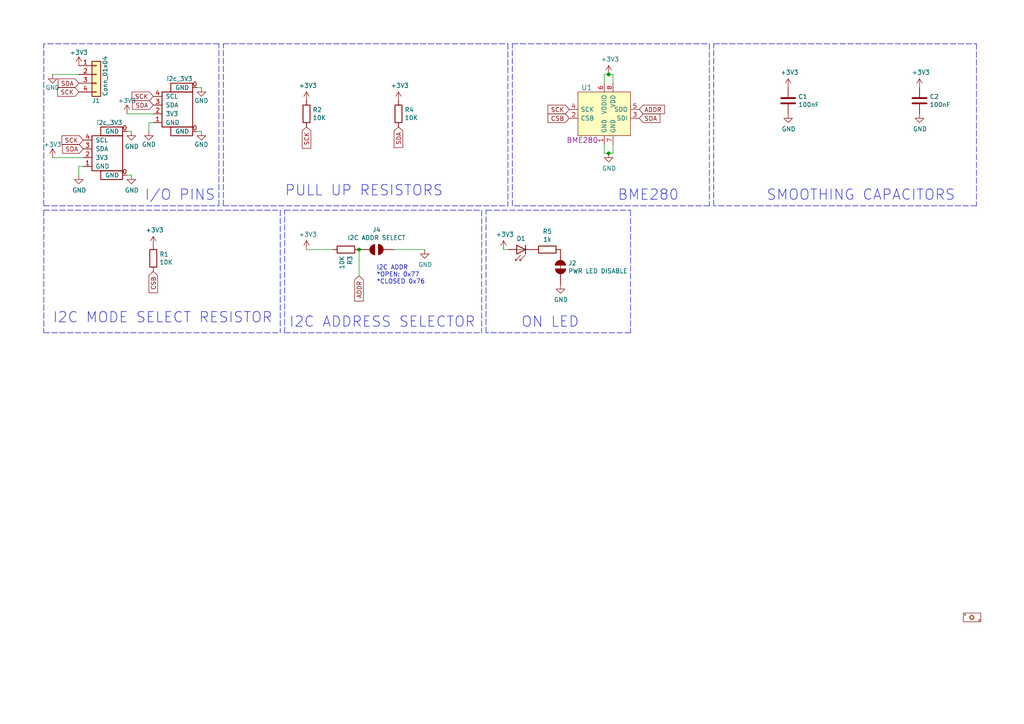
<source format=kicad_sch>
(kicad_sch (version 20211123) (generator eeschema)
  (paper "A4")
  (title_block (title "BME280-module_3V3") (date "2021-01-04") (rev "0.2") (company "GroundStudio.ro") (comment 1 "Schematic: Victor"))
  (lib_symbols
    (symbol "GS_Global6:LGA-8_2x2.5_BME280" (pin_names (offset 0.762))
      (property "Reference" "U" (at -6.35 8.89 0))
      (property "MPN" "BME280" (at 5.08 12.7 0))
      (symbol "LGA-8_2x2.5_BME280_0_1"
        (rectangle (start 7.62 7.62) (end -7.62 -5.08) (fill (type background)))
      )
      (symbol "LGA-8_2x2.5_BME280_1_1"
        (pin power_in line (at 0 -7.62 90) (length 2.54) (name "GND") (number "1"))
        (pin input line (at -10.16 0 0) (length 2.54) (name "CSB") (number "2"))
        (pin bidirectional line (at 10.16 0 180) (length 2.54) (name "SDI") (number "3"))
        (pin input line (at -10.16 2.54 0) (length 2.54) (name "SCK") (number "4"))
        (pin bidirectional line (at 10.16 2.54 180) (length 2.54) (name "SDO") (number "5"))
        (pin power_in line (at 0 10.16 270) (length 2.54) (name "VDDIO") (number "6"))
        (pin power_in line (at 2.54 -7.62 90) (length 2.54) (name "GND") (number "7"))
        (pin power_in line (at 2.54 10.16 270) (length 2.54) (name "VDD") (number "8"))
      )
    )
    (symbol "GS_Local:+3.3V" (power) (pin_names (offset 0))
      (property "Value" "+3.3V" (at 0 3.556 0))
      (symbol "+3.3V_0_1"
        (polyline (pts (xy -0.762 1.27) (xy 0 2.54)))
        (polyline (pts (xy 0 0) (xy 0 2.54)))
        (polyline (pts (xy 0 2.54) (xy 0.762 1.27)))
      )
      (symbol "+3.3V_1_1"
        (pin power_in line (at 0 0 90) (length 0) hide (name "+3V3") (number "1"))
      )
    )
    (symbol "GS_Local:+3V3" (power) (pin_names (offset 0))
      (property "Value" "+3V3" (at 0 3.556 0))
      (symbol "+3V3_0_1"
        (polyline (pts (xy -0.762 1.27) (xy 0 2.54)))
        (polyline (pts (xy 0 0) (xy 0 2.54)))
        (polyline (pts (xy 0 2.54) (xy 0.762 1.27)))
      )
      (symbol "+3V3_1_1"
        (pin power_in line (at 0 0 90) (length 0) hide (name "+3V3") (number "1"))
      )
    )
    (symbol "GS_Local:BMP280" (pin_names (offset 0.762))
      (property "Reference" "U" (at -6.35 8.89 0))
      (property "Value" "BMP280" (at 5.08 -6.35 0))
      (symbol "BMP280_0_1"
        (rectangle (start 7.62 7.62) (end -7.62 -5.08) (fill (type background)))
      )
      (symbol "BMP280_1_1"
        (pin power_in line (at 0 -7.62 90) (length 2.54) (name "GND") (number "1"))
        (pin input line (at -10.16 0 0) (length 2.54) (name "CSB") (number "2"))
        (pin bidirectional line (at 10.16 0 180) (length 2.54) (name "SDI") (number "3"))
        (pin input line (at -10.16 2.54 0) (length 2.54) (name "SCK") (number "4"))
        (pin bidirectional line (at 10.16 2.54 180) (length 2.54) (name "SDO") (number "5"))
        (pin power_in line (at 0 10.16 270) (length 2.54) (name "VDDIO") (number "6"))
        (pin power_in line (at 2.54 -7.62 90) (length 2.54) (name "GND") (number "7"))
        (pin power_in line (at 2.54 10.16 270) (length 2.54) (name "VDD") (number "8"))
      )
    )
    (symbol "GS_Local:C" (pin_numbers hide) (pin_names (offset 0.254))
      (property "Reference" "C" (at 0.635 2.54 0))
      (property "Value" "C" (at 0.635 -2.54 0))
      (symbol "C_0_1"
        (polyline (pts (xy -2.032 -0.762) (xy 2.032 -0.762)) (stroke (width 0.508)))
        (polyline (pts (xy -2.032 0.762) (xy 2.032 0.762)) (stroke (width 0.508)))
      )
      (symbol "C_1_1"
        (pin passive line (at 0 3.81 270) (length 2.794) (name "~") (number "1"))
        (pin passive line (at 0 -3.81 90) (length 2.794) (name "~") (number "2"))
      )
    )
    (symbol "GS_Local:Conn_01x04" (pin_names (offset 1.016) hide)
      (property "Reference" "J" (at 0 5.08 0))
      (property "Value" "Conn_01x04" (at 0 -7.62 0))
      (symbol "Conn_01x04_1_1"
        (rectangle (start -1.27 -4.953) (end 0 -5.207) (stroke (width 0.1524)))
        (rectangle (start -1.27 -2.413) (end 0 -2.667) (stroke (width 0.1524)))
        (rectangle (start -1.27 0.127) (end 0 -0.127) (stroke (width 0.1524)))
        (rectangle (start -1.27 2.667) (end 0 2.413) (stroke (width 0.1524)))
        (rectangle (start -1.27 3.81) (end 1.27 -6.35) (stroke (width 0.254)) (fill (type background)))
        (pin passive line (at -5.08 2.54 0) (length 3.81) (name "Pin_1") (number "1"))
        (pin passive line (at -5.08 0 0) (length 3.81) (name "Pin_2") (number "2"))
        (pin passive line (at -5.08 -2.54 0) (length 3.81) (name "Pin_3") (number "3"))
        (pin passive line (at -5.08 -5.08 0) (length 3.81) (name "Pin_4") (number "4"))
      )
    )
    (symbol "GS_Local:DY-IR333C-A" (pin_numbers hide) (pin_names (offset 1.016) hide)
      (property "Reference" "D" (at 0.508 1.778 0))
      (property "Value" "DY-IR333C-A" (at -1.016 -2.794 0))
      (symbol "DY-IR333C-A_0_1"
        (polyline (pts (xy -2.54 1.27) (xy -2.54 -1.27)) (stroke (width 0.254)))
        (polyline (pts (xy 0 0) (xy -2.54 0)))
        (polyline (pts (xy 0.381 3.175) (xy -0.127 3.175)))
        (polyline (pts (xy -1.143 1.651) (xy 0.381 3.175) (xy 0.381 2.667)))
        (polyline (pts (xy 0 -1.27) (xy -2.54 0) (xy 0 1.27) (xy 0 -1.27)) (stroke (width 0.254)))
        (polyline (pts (xy -2.413 1.651) (xy -0.889 3.175) (xy -0.889 2.667) (xy -0.889 3.175) (xy -1.397 3.175)))
      )
      (symbol "DY-IR333C-A_1_1"
        (pin passive line (at -5.08 0 0) (length 2.54) (name "K") (number "1"))
        (pin passive line (at 2.54 0 180) (length 2.54) (name "A") (number "2"))
      )
    )
    (symbol "GS_Local:GND" (power) (pin_names (offset 0))
      (property "Value" "GND" (at 0 -3.81 0))
      (symbol "GND_0_1"
        (polyline (pts (xy 0 0) (xy 0 -1.27) (xy 1.27 -1.27) (xy 0 -2.54) (xy -1.27 -1.27) (xy 0 -1.27)))
      )
      (symbol "GND_1_1"
        (pin power_in line (at 0 0 270) (length 0) hide (name "GND") (number "1"))
      )
    )
    (symbol "GS_Local:PCB" (pin_names (offset 1.016))
      (symbol "PCB_0_1"
        (rectangle (start -2.54 1.27) (end 2.54 -1.27))
        (circle (center -2.032 0.7874) (radius 0.1778) (fill (type background)))
        (rectangle (start -0.5334 0.4318) (end 0.381 -0.4826) (fill (type background)))
        (polyline (pts (xy -0.254 -0.4826) (xy -0.254 -0.7874)))
        (polyline (pts (xy 0.1016 -0.5334) (xy 0.1016 -0.8128)))
        (polyline (pts (xy 0.381 0.1524) (xy 0.6604 0.1524)))
        (polyline (pts (xy 0.4064 -0.2032) (xy 0.6858 -0.2032)))
      )
      (symbol "PCB_1_1"
        (polyline (pts (xy -0.8636 -0.2032) (xy -0.5842 -0.2032)))
        (polyline (pts (xy -0.8636 0.2032) (xy -0.5842 0.2032)))
        (polyline (pts (xy -0.254 0.508) (xy -0.254 0.7874)))
        (polyline (pts (xy 0.1016 0.508) (xy 0.1016 0.7874)))
        (circle (center 2.1082 -0.8128) (radius 0.1778) (fill (type background)))
      )
    )
    (symbol "GS_Local:R" (pin_numbers hide) (pin_names (offset 0))
      (property "Reference" "R" (at 2.032 0 90))
      (property "Value" "R" (at 0 0 90))
      (symbol "R_0_1"
        (rectangle (start -1.016 -2.54) (end 1.016 2.54) (stroke (width 0.254)))
      )
      (symbol "R_1_1"
        (pin passive line (at 0 3.81 270) (length 1.27) (name "~") (number "1"))
        (pin passive line (at 0 -3.81 90) (length 1.27) (name "~") (number "2"))
      )
    )
    (symbol "GS_Local:SolderJumper_NC" (pin_numbers hide) (pin_names (offset 0) hide)
      (property "Reference" "J" (at 0 10.16 0))
      (property "Value" "SolderJumper_NC" (at 3.81 0 90))
      (symbol "SolderJumper_NC_0_1"
        (polyline (pts (xy 1.524 0.508) (xy -1.524 0.508)))
        (polyline (pts (xy 0 0.6604) (xy 0 -0.6096) (xy 0.0508 -0.7112)))
        (arc (start 1.4986 0.508) (mid -0.0254 1.982) (end -1.5494 0.508) (fill (type outline)))
      )
      (symbol "SolderJumper_NC_1_1"
        (arc (start -1.4986 -0.508) (mid 0.0254 -1.982) (end 1.5494 -0.508) (fill (type outline)))
        (polyline (pts (xy -1.524 -0.508) (xy 1.524 -0.508)))
        (pin passive line (at 0 5.08 270) (length 2.9972) (name "1") (number "1"))
        (pin passive line (at 0 -5.08 90) (length 2.9972) (name "2") (number "2"))
      )
    )
    (symbol "GS_Local:SolderJumper_NO" (pin_numbers hide) (pin_names (offset 0) hide)
      (property "Reference" "J" (at 0 10.16 0))
      (property "Value" "SolderJumper_NO" (at 3.81 0 90))
      (symbol "SolderJumper_NO_0_1"
        (polyline (pts (xy 1.524 0.508) (xy -1.524 0.508)))
        (arc (start 1.4986 0.508) (mid -0.0254 1.982) (end -1.5494 0.508) (fill (type outline)))
      )
      (symbol "SolderJumper_NO_1_1"
        (arc (start -1.4986 -0.508) (mid 0.0254 -1.982) (end 1.5494 -0.508) (fill (type outline)))
        (polyline (pts (xy -1.524 -0.508) (xy 1.524 -0.508)))
        (pin passive line (at 0 5.08 270) (length 2.9972) (name "1") (number "1"))
        (pin passive line (at 0 -5.08 90) (length 2.9972) (name "2") (number "2"))
      )
    )
    (symbol "GS_Local:i2c_3V3" (pin_names (offset 1.016))
      (property "Value" "i2c_3V3" (at -6.35 7.62 0))
      (symbol "i2c_3V3_0_1"
        (rectangle (start -3.81 5.08) (end 5.08 -5.08) (stroke (width 0.254)))
        (rectangle (start 5.08 -5.08) (end -1.27 -7.62) (stroke (width 0.254)))
        (rectangle (start 5.08 5.08) (end -1.27 7.62) (stroke (width 0.254)))
      )
      (symbol "i2c_3V3_1_1"
        (pin input line (at 6.35 -6.35 180) (length 1.27) (name "GND") (number "0"))
        (pin input line (at 6.35 6.35 180) (length 1.27) (name "GND") (number "0"))
        (pin power_in line (at -6.35 -3.81 0) (length 2.54) (name "GND") (number "1"))
        (pin power_in line (at -6.35 -1.27 0) (length 2.54) (name "3V3") (number "2"))
        (pin bidirectional line (at -6.35 1.27 0) (length 2.54) (name "SDA") (number "3"))
        (pin bidirectional line (at -6.35 3.81 0) (length 2.54) (name "SCL") (number "4"))
      )
    )
  )
  (junction (at 104.14 72.39))
  (junction (at 176.53 21.59))
  (junction (at 176.53 44.45))
  (wire (pts (xy 22.86 50.8) (xy 22.86 48.26)))
  (polyline (pts (xy 64.77 59.69) (xy 147.32 59.69)))
  (wire (pts (xy 57.15 38.1) (xy 58.42 38.1)))
  (polyline (pts (xy 283.21 12.7) (xy 283.21 59.69)))
  (wire (pts (xy 175.26 41.91) (xy 175.26 44.45)))
  (wire (pts (xy 58.42 25.4) (xy 57.15 25.4)))
  (polyline (pts (xy 64.77 59.69) (xy 64.77 12.7)))
  (polyline (pts (xy 82.55 96.52) (xy 139.7 96.52)))
  (wire (pts (xy 36.83 50.8) (xy 38.1 50.8)))
  (wire (pts (xy 44.45 33.02) (xy 36.83 33.02)))
  (wire (pts (xy 175.26 24.13) (xy 175.26 21.59)))
  (polyline (pts (xy 63.5 59.69) (xy 63.5 12.7)))
  (wire (pts (xy 176.53 44.45) (xy 177.8 44.45)))
  (polyline (pts (xy 205.74 59.69) (xy 148.59 59.69)))
  (polyline (pts (xy 81.28 60.96) (xy 81.28 96.52)))
  (polyline (pts (xy 148.59 59.69) (xy 148.59 12.7)))
  (polyline (pts (xy 64.77 12.7) (xy 147.32 12.7)))
  (polyline (pts (xy 12.7 60.96) (xy 81.28 60.96)))
  (polyline (pts (xy 205.74 12.7) (xy 205.74 59.69)))
  (wire (pts (xy 175.26 21.59) (xy 176.53 21.59)))
  (polyline (pts (xy 82.55 96.52) (xy 82.55 60.96)))
  (polyline (pts (xy 63.5 12.7) (xy 12.7 12.7)))
  (polyline (pts (xy 140.97 96.52) (xy 140.97 60.96)))
  (wire (pts (xy 38.1 38.1) (xy 36.83 38.1)))
  (polyline (pts (xy 139.7 60.96) (xy 139.7 96.52)))
  (polyline (pts (xy 82.55 60.96) (xy 139.7 60.96)))
  (polyline (pts (xy 12.7 59.69) (xy 12.7 12.7)))
  (wire (pts (xy 43.18 38.1) (xy 43.18 35.56)))
  (wire (pts (xy 175.26 44.45) (xy 176.53 44.45)))
  (wire (pts (xy 177.8 41.91) (xy 177.8 44.45)))
  (polyline (pts (xy 12.7 60.96) (xy 12.7 96.52)))
  (wire (pts (xy 22.86 48.26) (xy 24.13 48.26)))
  (polyline (pts (xy 207.01 59.69) (xy 207.01 12.7)))
  (wire (pts (xy 177.8 21.59) (xy 177.8 24.13)))
  (wire (pts (xy 15.24 45.72) (xy 24.13 45.72)))
  (wire (pts (xy 104.14 72.39) (xy 104.14 80.01)))
  (polyline (pts (xy 12.7 96.52) (xy 81.28 96.52)))
  (polyline (pts (xy 283.21 59.69) (xy 207.01 59.69)))
  (polyline (pts (xy 140.97 60.96) (xy 182.88 60.96)))
  (polyline (pts (xy 12.7 59.69) (xy 63.5 59.69)))
  (wire (pts (xy 176.53 21.59) (xy 177.8 21.59)))
  (polyline (pts (xy 148.59 12.7) (xy 205.74 12.7)))
  (wire (pts (xy 146.05 72.39) (xy 147.32 72.39)))
  (polyline (pts (xy 182.88 60.96) (xy 182.88 96.52)))
  (wire (pts (xy 15.24 21.59) (xy 22.86 21.59)))
  (polyline (pts (xy 207.01 12.7) (xy 283.21 12.7)))
  (wire (pts (xy 114.3 72.39) (xy 123.19 72.39)))
  (wire (pts (xy 88.9 72.39) (xy 96.52 72.39)))
  (wire (pts (xy 43.18 35.56) (xy 44.45 35.56)))
  (polyline (pts (xy 182.88 96.52) (xy 140.97 96.52)))
  (polyline (pts (xy 147.32 12.7) (xy 147.32 59.69)))
  (text "I2C MODE SELECT RESISTOR" (at 15.24 93.98 0) (effects (font (size 2.9972 2.9972)) (justify left bottom)))
  (text "SMOOTHING CAPACITORS" (at 222.25 58.42 0) (effects (font (size 2.9972 2.9972)) (justify left bottom)))
  (text "PULL UP RESISTORS" (at 82.55 57.15 0) (effects (font (size 2.9972 2.9972)) (justify left bottom)))
  (text "I/O PINS" (at 41.91 58.42 0) (effects (font (size 2.9972 2.9972)) (justify left bottom)))
  (text "ON LED" (at 151.13 95.25 0) (effects (font (size 2.9972 2.9972)) (justify left bottom)))
  (text "I2C ADDR\n*OPEN: 0x77\n*CLOSED 0x76" (at 109.22 82.55 0) (effects (font (size 1.27 1.27)) (justify left bottom)))
  (text "I2C ADDRESS SELECTOR" (at 83.82 95.25 0) (effects (font (size 2.9972 2.9972)) (justify left bottom)))
  (text "BME280" (at 179.07 58.42 0) (effects (font (size 2.9972 2.9972)) (justify left bottom)))
  (global_label "CSB" (shape input) (at 165.1 34.29 180) (property "Intersheet References" "${INTERSHEET_REFS}" (effects hide)))
  (global_label "SDA" (shape input) (at 185.42 34.29 0) (property "Intersheet References" "${INTERSHEET_REFS}" (effects hide)))
  (global_label "ADDR" (shape input) (at 185.42 31.75 0) (property "Intersheet References" "${INTERSHEET_REFS}" (effects hide)))
  (global_label "SDA" (shape input) (at 115.57 36.83 270) (property "Intersheet References" "${INTERSHEET_REFS}" (effects hide)))
  (global_label "SCK" (shape input) (at 22.86 26.67 180) (property "Intersheet References" "${INTERSHEET_REFS}" (effects hide)))
  (global_label "SDA" (shape input) (at 22.86 24.13 180) (property "Intersheet References" "${INTERSHEET_REFS}" (effects hide)))
  (global_label "SDA" (shape input) (at 44.45 30.48 180) (property "Intersheet References" "${INTERSHEET_REFS}" (effects hide)))
  (global_label "SCK" (shape input) (at 165.1 31.75 180) (property "Intersheet References" "${INTERSHEET_REFS}" (effects hide)))
  (global_label "SCK" (shape input) (at 88.9 36.83 270) (property "Intersheet References" "${INTERSHEET_REFS}" (effects hide)))
  (global_label "ADDR" (shape input) (at 104.14 80.01 270) (property "Intersheet References" "${INTERSHEET_REFS}" (effects hide)))
  (global_label "CSB" (shape input) (at 44.45 78.74 270) (property "Intersheet References" "${INTERSHEET_REFS}" (effects hide)))
  (global_label "SCK" (shape input) (at 44.45 27.94 180) (property "Intersheet References" "${INTERSHEET_REFS}" (effects hide)))
  (global_label "SDA" (shape input) (at 24.13 43.18 180) (property "Intersheet References" "${INTERSHEET_REFS}" (effects hide)))
  (global_label "SCK" (shape input) (at 24.13 40.64 180) (property "Intersheet References" "${INTERSHEET_REFS}" (effects hide)))
  (symbol (lib_id "GS_Local:R") (at 88.9 33.02 0) (unit 1)
    (property "Reference" "R2" (at 90.678 31.8516 0) (effects (justify left)))
    (property "Value" "10K" (at 90.678 34.163 0) (effects (justify left)))
    (property "Footprint" "GS_Local:R_0402_1005Metric" (effects hide))
    (property "Datasheet" "https://datasheet.lcsc.com/szlcsc/1810111814_UNI-ROYAL-Uniroyal-Elec-0402WGF1003TCE_C25741.pdf" (effects hide))
    (property "MPN" "0402WGF1003TCE" (effects hide))
    (property "LCSC" "C25741" (effects hide))
  )
  (symbol (lib_id "GS_Local:R") (at 115.57 33.02 0) (unit 1)
    (property "Reference" "R4" (at 117.348 31.8516 0) (effects (justify left)))
    (property "Value" "10K" (at 117.348 34.163 0) (effects (justify left)))
    (property "Footprint" "GS_Local:R_0402_1005Metric" (effects hide))
    (property "Datasheet" "https://datasheet.lcsc.com/szlcsc/1810111814_UNI-ROYAL-Uniroyal-Elec-0402WGF1003TCE_C25741.pdf" (effects hide))
    (property "MPN" "0402WGF1003TCE" (effects hide))
    (property "LCSC" "C25741" (effects hide))
  )
  (symbol (lib_id "GS_Local:R") (at 44.45 74.93 0) (unit 1)
    (property "Reference" "R1" (at 46.228 73.7616 0) (effects (justify left)))
    (property "Value" "10K" (at 46.228 76.073 0) (effects (justify left)))
    (property "Footprint" "GS_Local:R_0402_1005Metric" (effects hide))
    (property "Datasheet" "https://datasheet.lcsc.com/szlcsc/1810111814_UNI-ROYAL-Uniroyal-Elec-0402WGF1003TCE_C25741.pdf" (effects hide))
    (property "MPN" "0402WGF1003TCE" (effects hide))
    (property "LCSC" "C25741" (effects hide))
  )
  (symbol (lib_id "GS_Local:R") (at 100.33 72.39 270) (unit 1)
    (property "Reference" "R3" (at 101.4984 74.168 0) (effects (justify left)))
    (property "Value" "10K" (at 99.187 74.168 0) (effects (justify left)))
    (property "Footprint" "GS_Local:R_0402_1005Metric" (effects hide))
    (property "Datasheet" "https://datasheet.lcsc.com/szlcsc/1810111814_UNI-ROYAL-Uniroyal-Elec-0402WGF1003TCE_C25741.pdf" (effects hide))
    (property "MPN" "0402WGF1003TCE" (effects hide))
    (property "LCSC" "C25741" (effects hide))
  )
  (symbol (lib_id "GS_Local:C") (at 228.6 29.21 0) (unit 1)
    (property "Reference" "C1" (at 231.521 28.0416 0) (effects (justify left)))
    (property "Value" "100nF" (at 231.521 30.353 0) (effects (justify left)))
    (property "Footprint" "GS_Local:C_0402_1005Metric" (effects hide))
    (property "Datasheet" "https://datasheet.lcsc.com/szlcsc/1912111437_Walsin-Tech-Corp-0402B104K100CT_C387941.pdf" (effects hide))
    (property "MPN" "0402B104K100CT" (effects hide))
    (property "LCSC" "C387941" (effects hide))
  )
  (symbol (lib_id "GS_Local:C") (at 266.7 29.21 0) (unit 1)
    (property "Reference" "C2" (at 269.621 28.0416 0) (effects (justify left)))
    (property "Value" "100nF" (at 269.621 30.353 0) (effects (justify left)))
    (property "Footprint" "GS_Local:C_0402_1005Metric" (effects hide))
    (property "Datasheet" "https://datasheet.lcsc.com/szlcsc/1912111437_Walsin-Tech-Corp-0402B104K100CT_C387941.pdf" (effects hide))
    (property "MPN" "0402B104K100CT" (effects hide))
    (property "LCSC" "C387941" (effects hide))
  )
  (symbol (lib_id "GS_Local:+3.3V") (at 22.86 19.05 0) (unit 1)
    (property "Reference" "#PWR04" (effects hide))
    (property "Value" "+3.3V" (at 22.86 15.24 0))
  )
  (symbol (lib_id "GS_Local:GND") (at 15.24 21.59 0) (unit 1)
    (property "Reference" "#PWR02" (effects hide))
    (property "Value" "GND" (at 15.24 25.4 0))
  )
  (symbol (lib_id "GS_Local:GND") (at 176.53 44.45 0) (unit 1)
    (property "Reference" "#PWR013" (effects hide))
    (property "Value" "GND" (at 176.657 48.8442 0))
  )
  (symbol (lib_id "GS_Local:+3.3V") (at 176.53 21.59 0) (unit 1)
    (property "Reference" "#PWR012" (effects hide))
    (property "Value" "+3.3V" (at 176.911 17.1958 0))
  )
  (symbol (lib_id "GS_Local:+3.3V") (at 88.9 29.21 0) (unit 1)
    (property "Reference" "#PWR08" (effects hide))
    (property "Value" "+3.3V" (at 89.281 24.8158 0))
  )
  (symbol (lib_id "GS_Local:+3.3V") (at 115.57 29.21 0) (unit 1)
    (property "Reference" "#PWR010" (effects hide))
    (property "Value" "+3.3V" (at 115.951 24.8158 0))
  )
  (symbol (lib_id "GS_Local:+3.3V") (at 44.45 71.12 0) (unit 1)
    (property "Reference" "#PWR07" (effects hide))
    (property "Value" "+3.3V" (at 44.831 66.7258 0))
  )
  (symbol (lib_id "GS_Local:+3.3V") (at 228.6 25.4 0) (unit 1)
    (property "Reference" "#PWR014" (effects hide))
    (property "Value" "+3.3V" (at 228.981 21.0058 0))
  )
  (symbol (lib_id "GS_Local:GND") (at 228.6 33.02 0) (unit 1)
    (property "Reference" "#PWR015" (effects hide))
    (property "Value" "GND" (at 228.727 37.4142 0))
  )
  (symbol (lib_id "GS_Local:GND") (at 266.7 33.02 0) (unit 1)
    (property "Reference" "#PWR017" (effects hide))
    (property "Value" "GND" (at 266.827 37.4142 0))
  )
  (symbol (lib_id "GS_Local:+3.3V") (at 266.7 25.4 0) (unit 1)
    (property "Reference" "#PWR016" (effects hide))
    (property "Value" "+3.3V" (at 267.081 21.0058 0))
  )
  (symbol (lib_id "GS_Local:GND") (at 123.19 72.39 0) (unit 1)
    (property "Reference" "#PWR09" (effects hide))
    (property "Value" "GND" (at 123.317 76.7842 0))
  )
  (symbol (lib_id "GS_Local:+3V3") (at 88.9 72.39 0) (unit 1)
    (property "Reference" "#PWR011" (effects hide))
    (property "Value" "+3V3" (at 89.281 67.9958 0))
  )
  (symbol (lib_id "GS_Local:Conn_01x04") (at 27.94 21.59 0) (unit 1)
    (property "Reference" "J1" (at 26.67 29.21 0) (effects (justify left)))
    (property "Value" "Conn_01x04" (at 30.48 27.94 90) (effects (justify left)))
    (property "Footprint" "GS_Local:PinHeader_1x04_P2.54mm_Vertical_Male" (effects hide))
    (property "Datasheet" "https://datasheet.lcsc.com/szlcsc/1912111437_MINTRON-MTP125-1104S1_C358686.pdf" (effects hide))
    (property "MPN" "MTP125-1104S1" (effects hide))
    (property "LCSC" "C358686" (effects hide))
  )
  (symbol (lib_id "GS_Local:+3V3") (at 36.83 33.02 0) (unit 1)
    (property "Reference" "#PWR05" (effects hide))
    (property "Value" "+3V3" (at 36.83 29.21 0))
  )
  (symbol (lib_id "GS_Local:+3V3") (at 15.24 45.72 0) (unit 1)
    (property "Reference" "#PWR01" (effects hide))
    (property "Value" "+3V3" (at 15.24 41.91 0))
  )
  (symbol (lib_id "GS_Local:GND") (at 43.18 38.1 0) (unit 1)
    (property "Reference" "#PWR06" (effects hide))
    (property "Value" "GND" (at 43.18 41.91 0))
  )
  (symbol (lib_id "GS_Local:GND") (at 22.86 50.8 0) (unit 1)
    (property "Reference" "#PWR03" (effects hide))
    (property "Value" "GND" (at 22.987 55.1942 0))
  )
  (symbol (lib_id "GS_Local:SolderJumper_NO") (at 109.22 72.39 270) (unit 1)
    (property "Reference" "J4" (at 109.22 66.6496 90))
    (property "Value" "I2C ADDR SELECT" (at 109.22 68.961 90))
    (property "Footprint" "GS_Local:SolderJumper_NO" (effects hide))
  )
  (symbol (lib_id "GS_Local:i2c_3V3") (at 30.48 44.45 0) (unit 1)
    (property "Reference" "X1" (effects hide))
    (property "Value" "i2c_3V3" (at 27.94 35.56 0) (effects (justify left)))
    (property "Footprint" "GS_Local:SH__1x04_P1.00mm_Horizontal" (effects hide))
    (property "Datasheet" "https://datasheet.lcsc.com/szlcsc/1811082116_BOOMELE-Boom-Precision-Elec-C145956_C145956.pdf" (effects hide))
    (property "MPN" "C145956" (effects hide))
    (property "LCSC" "C145956" (effects hide))
  )
  (symbol (lib_id "GS_Local:i2c_3V3") (at 50.8 31.75 0) (unit 1)
    (property "Reference" "X2" (effects hide))
    (property "Value" "i2c_3V3" (at 48.26 22.86 0) (effects (justify left)))
    (property "Footprint" "GS_Local:SH__1x04_P1.00mm_Horizontal" (effects hide))
    (property "Datasheet" "https://datasheet.lcsc.com/szlcsc/1811082116_BOOMELE-Boom-Precision-Elec-C145956_C145956.pdf" (effects hide))
    (property "MPN" "C145956" (effects hide))
    (property "LCSC" "C145956" (effects hide))
  )
  (symbol (lib_id "GS_Local:PCB") (at 281.94 179.07 0) (unit 1)
    (property "Reference" "P1" (effects hide))
    (property "Value" "PCB" (effects hide))
    (property "MPN" "CZAGCO_GS_PCB" (effects hide))
  )
  (symbol (lib_id "GS_Local:GND") (at 38.1 50.8 0) (unit 1)
    (property "Reference" "#PWR0101" (effects hide))
    (property "Value" "GND" (at 38.227 55.1942 0))
  )
  (symbol (lib_id "GS_Local:GND") (at 38.1 38.1 0) (unit 1)
    (property "Reference" "#PWR0102" (effects hide))
    (property "Value" "GND" (at 38.227 42.4942 0))
  )
  (symbol (lib_id "GS_Local:GND") (at 58.42 38.1 0) (unit 1)
    (property "Reference" "#PWR0103" (effects hide))
    (property "Value" "GND" (at 58.42 41.91 0))
  )
  (symbol (lib_id "GS_Local:GND") (at 58.42 25.4 0) (unit 1)
    (property "Reference" "#PWR0104" (effects hide))
    (property "Value" "GND" (at 58.42 29.21 0))
  )
  (symbol (lib_id "GS_Local:+3.3V") (at 146.05 72.39 0) (unit 1)
    (property "Reference" "#PWR0105" (effects hide))
    (property "Value" "+3.3V" (at 146.431 67.9958 0))
  )
  (symbol (lib_id "GS_Local:GND") (at 162.56 82.55 0) (unit 1)
    (property "Reference" "#PWR0106" (effects hide))
    (property "Value" "GND" (at 162.687 86.9442 0))
  )
  (symbol (lib_id "GS_Local:SolderJumper_NC") (at 162.56 77.47 0) (unit 1)
    (property "Reference" "J2" (at 164.8206 76.3016 0) (effects (justify left)))
    (property "Value" "PWR LED DISABLE" (at 164.8206 78.613 0) (effects (justify left)))
    (property "Footprint" "GS_Local:SolderJumper_NC" (effects hide))
  )
  (symbol (lib_id "GS_Local:DY-IR333C-A") (at 149.86 72.39 180) (unit 1)
    (property "Reference" "D1" (at 151.13 69.1896 0))
    (property "Value" "RED" (effects hide))
    (property "Footprint" "GS_Local:LED_0402_1005Metric" (effects hide))
    (property "Datasheet" "https://datasheet.lcsc.com/szlcsc/2009251739_TUOZHAN-TZ-P2-0402RTIA1-0-45T_C779449.pdf" (effects hide))
    (property "MPN" "TZ-P2-0402RTIA1-0.45T" (effects hide))
    (property "LCSC" "C779449" (effects hide))
  )
  (symbol (lib_id "GS_Local:R") (at 158.75 72.39 90) (unit 1)
    (property "Reference" "R5" (at 158.75 67.1322 90))
    (property "Value" "1k" (at 158.75 69.4436 90))
    (property "Footprint" "GS_Local:R_0402_1005Metric" (effects hide))
    (property "Datasheet" "https://datasheet.lcsc.com/szlcsc/1811141734_FH-Guangdong-Fenghua-Advanced-Tech-RC-02W1001FT_C226166.pdf" (effects hide))
    (property "MPN" "RC-02W1001FT" (effects hide))
    (property "LCSC" "C226166" (effects hide))
  )
  (symbol (lib_id "GS_Global6:LGA-8_2x2.5_BME280") (at 175.26 34.29 0) (unit 1)
    (property "Reference" "U1" (at 170.18 25.4 0) (effects (font (size 1.524 1.524))))
    (property "Value" "LGA-8_2x2.5_BME280" (effects hide))
    (property "Footprint" "GS_Global6:LGA-8_2x2.5mm_BMP&BME280" (effects hide))
    (property "Datasheet" "https://datasheet.lcsc.com/lcsc/1811141121_Bosch-Sensortec-BME280_C92489.pdf" (effects hide))
    (property "MPN" "BME280" (at 168.91 40.64 0) (effects (font (size 1.524 1.524))))
    (property "LCSC" "C92489" (effects hide))
    (property "Category" "Sensors, Transducers" (effects hide))
    (property "Family" "Pressure Sensors, Transducers" (effects hide))
    (property "Description" "High accuracy integrated sensors for pressure, humidity and temperature" (effects hide))
    (property "Manufacturer" "BOSCH" (effects hide))
    (property "Status" "Active" (effects hide))
  )
)
</source>
